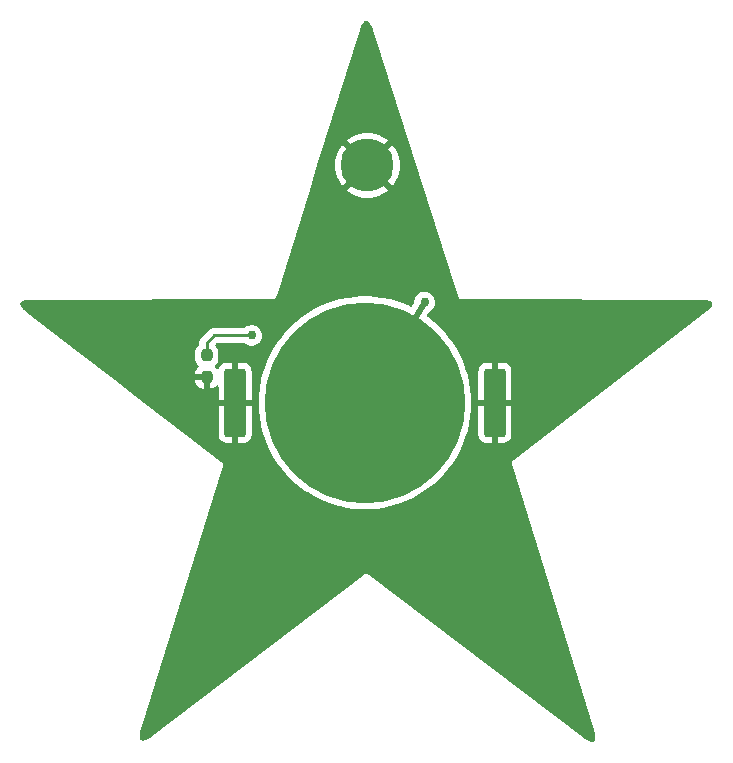
<source format=gbl>
G04 #@! TF.GenerationSoftware,KiCad,Pcbnew,8.0.3*
G04 #@! TF.CreationDate,2024-07-11T09:34:10-07:00*
G04 #@! TF.ProjectId,mozilla-star-badge,6d6f7a69-6c6c-4612-9d73-7461722d6261,rev?*
G04 #@! TF.SameCoordinates,Original*
G04 #@! TF.FileFunction,Copper,L2,Bot*
G04 #@! TF.FilePolarity,Positive*
%FSLAX46Y46*%
G04 Gerber Fmt 4.6, Leading zero omitted, Abs format (unit mm)*
G04 Created by KiCad (PCBNEW 8.0.3) date 2024-07-11 09:34:10*
%MOMM*%
%LPD*%
G01*
G04 APERTURE LIST*
G04 Aperture macros list*
%AMRoundRect*
0 Rectangle with rounded corners*
0 $1 Rounding radius*
0 $2 $3 $4 $5 $6 $7 $8 $9 X,Y pos of 4 corners*
0 Add a 4 corners polygon primitive as box body*
4,1,4,$2,$3,$4,$5,$6,$7,$8,$9,$2,$3,0*
0 Add four circle primitives for the rounded corners*
1,1,$1+$1,$2,$3*
1,1,$1+$1,$4,$5*
1,1,$1+$1,$6,$7*
1,1,$1+$1,$8,$9*
0 Add four rect primitives between the rounded corners*
20,1,$1+$1,$2,$3,$4,$5,0*
20,1,$1+$1,$4,$5,$6,$7,0*
20,1,$1+$1,$6,$7,$8,$9,0*
20,1,$1+$1,$8,$9,$2,$3,0*%
G04 Aperture macros list end*
G04 #@! TA.AperFunction,SMDPad,CuDef*
%ADD10RoundRect,0.250000X0.650000X2.650000X-0.650000X2.650000X-0.650000X-2.650000X0.650000X-2.650000X0*%
G04 #@! TD*
G04 #@! TA.AperFunction,SMDPad,CuDef*
%ADD11C,17.000000*%
G04 #@! TD*
G04 #@! TA.AperFunction,SMDPad,CuDef*
%ADD12RoundRect,0.237500X-0.237500X0.250000X-0.237500X-0.250000X0.237500X-0.250000X0.237500X0.250000X0*%
G04 #@! TD*
G04 #@! TA.AperFunction,SMDPad,CuDef*
%ADD13C,4.500000*%
G04 #@! TD*
G04 #@! TA.AperFunction,ViaPad*
%ADD14C,0.600000*%
G04 #@! TD*
G04 #@! TA.AperFunction,ViaPad*
%ADD15C,0.750000*%
G04 #@! TD*
G04 #@! TA.AperFunction,Conductor*
%ADD16C,0.250000*%
G04 #@! TD*
G04 #@! TA.AperFunction,Conductor*
%ADD17C,0.500000*%
G04 #@! TD*
G04 APERTURE END LIST*
D10*
X70800000Y-72000000D03*
X48800000Y-72000000D03*
D11*
X59800000Y-72000000D03*
D12*
X46399999Y-67987500D03*
X46400001Y-69812500D03*
D13*
X60000000Y-51900000D03*
D14*
X48800000Y-73700000D03*
X48800000Y-70300000D03*
X48800000Y-72000000D03*
X70800000Y-73700000D03*
X70800000Y-70300000D03*
X70800000Y-72000000D03*
D15*
X50200000Y-66300000D03*
X64850000Y-63500000D03*
D14*
X60000000Y-51900000D03*
X58900000Y-51900000D03*
X60000000Y-53300000D03*
X60000000Y-50500000D03*
X61100000Y-51900000D03*
D16*
X46950000Y-72000000D02*
X46400001Y-71450001D01*
X46400001Y-71450001D02*
X46400001Y-69812500D01*
X46950000Y-72000000D02*
X48800000Y-72000000D01*
X46399999Y-67987500D02*
X46399999Y-66900001D01*
X47000000Y-66300000D02*
X50200000Y-66300000D01*
X46399999Y-66900001D02*
X47000000Y-66300000D01*
D17*
X64850000Y-63500000D02*
X59800000Y-72000000D01*
G04 #@! TA.AperFunction,Conductor*
G36*
X59916941Y-39643772D02*
G01*
X59923553Y-39644203D01*
X59938552Y-39646106D01*
X59941334Y-39646632D01*
X59946846Y-39647677D01*
X59961011Y-39651235D01*
X59972341Y-39654805D01*
X59985251Y-39659678D01*
X60000337Y-39666356D01*
X60011796Y-39672156D01*
X60030932Y-39683126D01*
X60040900Y-39689491D01*
X60063911Y-39705782D01*
X60072445Y-39712400D01*
X60098922Y-39734845D01*
X60106142Y-39741474D01*
X60135489Y-39770642D01*
X60141573Y-39777140D01*
X60173199Y-39813444D01*
X60178297Y-39819696D01*
X60211574Y-39863335D01*
X60215841Y-39869289D01*
X60250228Y-39920399D01*
X60253814Y-39926053D01*
X60288789Y-39984634D01*
X60291799Y-39989970D01*
X60326910Y-40055984D01*
X60326925Y-40056011D01*
X60329455Y-40061040D01*
X60364361Y-40134532D01*
X60366489Y-40139267D01*
X60400847Y-40220181D01*
X60402641Y-40224644D01*
X60436100Y-40312798D01*
X60437612Y-40317007D01*
X60469109Y-40409966D01*
X60470947Y-40415389D01*
X60471610Y-40417402D01*
X67682883Y-62960664D01*
X67701911Y-63020146D01*
X67704576Y-63037351D01*
X67705469Y-63037176D01*
X67707825Y-63049160D01*
X67721023Y-63081226D01*
X67724460Y-63090638D01*
X67735027Y-63123671D01*
X67740040Y-63132719D01*
X67745755Y-63141312D01*
X67745757Y-63141314D01*
X67756283Y-63151887D01*
X67770223Y-63165888D01*
X67777001Y-63173270D01*
X67799402Y-63199742D01*
X67799403Y-63199743D01*
X67807494Y-63206181D01*
X67816063Y-63211934D01*
X67816066Y-63211935D01*
X67816068Y-63211937D01*
X67848079Y-63225279D01*
X67857160Y-63229503D01*
X67887988Y-63245389D01*
X67887995Y-63245389D01*
X67897932Y-63248241D01*
X67908048Y-63250277D01*
X67908049Y-63250277D01*
X67908052Y-63250278D01*
X67942746Y-63250354D01*
X67952722Y-63250780D01*
X67987299Y-63253661D01*
X67987302Y-63253660D01*
X67999433Y-63252281D01*
X67999535Y-63253185D01*
X68016743Y-63250519D01*
X88444977Y-63295888D01*
X88447548Y-63295920D01*
X88546148Y-63298203D01*
X88551603Y-63298450D01*
X88639010Y-63304363D01*
X88644891Y-63304903D01*
X88724737Y-63314178D01*
X88731134Y-63315092D01*
X88803224Y-63327317D01*
X88810133Y-63328693D01*
X88874246Y-63343377D01*
X88881726Y-63345339D01*
X88937736Y-63361926D01*
X88945828Y-63364629D01*
X88993659Y-63382464D01*
X89002342Y-63386084D01*
X89041945Y-63404393D01*
X89051184Y-63409144D01*
X89082819Y-63427134D01*
X89092508Y-63433254D01*
X89116508Y-63450014D01*
X89126445Y-63457732D01*
X89143599Y-63472510D01*
X89153452Y-63481993D01*
X89164847Y-63494241D01*
X89174193Y-63505563D01*
X89181198Y-63515153D01*
X89189537Y-63528211D01*
X89193652Y-63535640D01*
X89200480Y-63550093D01*
X89203012Y-63556491D01*
X89207956Y-63571827D01*
X89209712Y-63578797D01*
X89212595Y-63594392D01*
X89212812Y-63596214D01*
X89213713Y-63603757D01*
X89214586Y-63618977D01*
X89214530Y-63632294D01*
X89213640Y-63646612D01*
X89211418Y-63665047D01*
X89209119Y-63678153D01*
X89203555Y-63702207D01*
X89200224Y-63713945D01*
X89190146Y-63743780D01*
X89186124Y-63754132D01*
X89170561Y-63789422D01*
X89166124Y-63798468D01*
X89144291Y-63838756D01*
X89139649Y-63846617D01*
X89110947Y-63891370D01*
X89106242Y-63898193D01*
X89070276Y-63946791D01*
X89065604Y-63952718D01*
X89022076Y-64004608D01*
X89017506Y-64009758D01*
X88966258Y-64064382D01*
X88961825Y-64068872D01*
X88926790Y-64102595D01*
X88902672Y-64125809D01*
X88898388Y-64129743D01*
X88831262Y-64188545D01*
X88827134Y-64192005D01*
X88749097Y-64254589D01*
X88747100Y-64256157D01*
X72387841Y-76834364D01*
X72371163Y-76845178D01*
X72371005Y-76845262D01*
X72337774Y-76872759D01*
X72334311Y-76875522D01*
X72300115Y-76901815D01*
X72299989Y-76901960D01*
X72299013Y-76902909D01*
X72298502Y-76903538D01*
X72295657Y-76906908D01*
X72295119Y-76907522D01*
X72294343Y-76908650D01*
X72294226Y-76908793D01*
X72274052Y-76946903D01*
X72271910Y-76950781D01*
X72250374Y-76988168D01*
X72250314Y-76988346D01*
X72249779Y-76989589D01*
X72249544Y-76990376D01*
X72248202Y-76994587D01*
X72247941Y-76995357D01*
X72247658Y-76996685D01*
X72247603Y-76996868D01*
X72243547Y-77039809D01*
X72243052Y-77044210D01*
X72237464Y-77086983D01*
X72237476Y-77087159D01*
X72237457Y-77088503D01*
X72237541Y-77089316D01*
X72237913Y-77093725D01*
X72237969Y-77094572D01*
X72238217Y-77095916D01*
X72238233Y-77096077D01*
X72250915Y-77137286D01*
X72252143Y-77141546D01*
X72263353Y-77183217D01*
X72263426Y-77183365D01*
X72270781Y-77201842D01*
X79193235Y-99696327D01*
X79193853Y-99698398D01*
X79223317Y-99800435D01*
X79224501Y-99804839D01*
X79237864Y-99858438D01*
X79247715Y-99897951D01*
X79247838Y-99898442D01*
X79248929Y-99903218D01*
X79267206Y-99991200D01*
X79268170Y-99996393D01*
X79281617Y-100078556D01*
X79282411Y-100084226D01*
X79291282Y-100160321D01*
X79291847Y-100166520D01*
X79296442Y-100236205D01*
X79296704Y-100243002D01*
X79297397Y-100306111D01*
X79297254Y-100313568D01*
X79294489Y-100369757D01*
X79293815Y-100377929D01*
X79288134Y-100426976D01*
X79286768Y-100435913D01*
X79278815Y-100477663D01*
X79276559Y-100487364D01*
X79267089Y-100521771D01*
X79263712Y-100532214D01*
X79253552Y-100559444D01*
X79248810Y-100570485D01*
X79238819Y-100590955D01*
X79232475Y-100602383D01*
X79223372Y-100616918D01*
X79215262Y-100628372D01*
X79207484Y-100638134D01*
X79197561Y-100649163D01*
X79191089Y-100655544D01*
X79179505Y-100665629D01*
X79173695Y-100670086D01*
X79160797Y-100678754D01*
X79154462Y-100682457D01*
X79140730Y-100689379D01*
X79132311Y-100692987D01*
X79118358Y-100698002D01*
X79106289Y-100701541D01*
X79092598Y-100704725D01*
X79075499Y-100707692D01*
X79062516Y-100709245D01*
X79039522Y-100710772D01*
X79027490Y-100710986D01*
X78998085Y-100710081D01*
X78987140Y-100709258D01*
X78951206Y-100704950D01*
X78941372Y-100703369D01*
X78922683Y-100699587D01*
X78899084Y-100694811D01*
X78890312Y-100692700D01*
X78841996Y-100679196D01*
X78834184Y-100676732D01*
X78780217Y-100657726D01*
X78773277Y-100655045D01*
X78714060Y-100630105D01*
X78707889Y-100627305D01*
X78643871Y-100596122D01*
X78638378Y-100593274D01*
X78569893Y-100555570D01*
X78564982Y-100552717D01*
X78492439Y-100508324D01*
X78488023Y-100505492D01*
X78411704Y-100454229D01*
X78407729Y-100451444D01*
X78378435Y-100430057D01*
X78325199Y-100391190D01*
X78323448Y-100389887D01*
X60095941Y-86558822D01*
X60075229Y-86538131D01*
X60073001Y-86536160D01*
X60049587Y-86522507D01*
X60037092Y-86514168D01*
X60015498Y-86497782D01*
X60012845Y-86496491D01*
X59989721Y-86486927D01*
X59986912Y-86485959D01*
X59960043Y-86482303D01*
X59945323Y-86479383D01*
X59919104Y-86472510D01*
X59916161Y-86472333D01*
X59891114Y-86472345D01*
X59888172Y-86472525D01*
X59868559Y-86477689D01*
X59861953Y-86479428D01*
X59847236Y-86482364D01*
X59820370Y-86486048D01*
X59817588Y-86487010D01*
X59794455Y-86496606D01*
X59791799Y-86497902D01*
X59770221Y-86514310D01*
X59757751Y-86522652D01*
X59734338Y-86536339D01*
X59732124Y-86538302D01*
X59711421Y-86559026D01*
X41666752Y-100281551D01*
X41664930Y-100282910D01*
X41583349Y-100342622D01*
X41579411Y-100345389D01*
X41503885Y-100396289D01*
X41499510Y-100399106D01*
X41427785Y-100443185D01*
X41422906Y-100446032D01*
X41355232Y-100483487D01*
X41349776Y-100486332D01*
X41286528Y-100517343D01*
X41280406Y-100520141D01*
X41221965Y-100544958D01*
X41215072Y-100547646D01*
X41161858Y-100566584D01*
X41154095Y-100569062D01*
X41106539Y-100582540D01*
X41097800Y-100584678D01*
X41056288Y-100593249D01*
X41046494Y-100594864D01*
X41020831Y-100598049D01*
X41011368Y-100599223D01*
X41000444Y-100600090D01*
X40971874Y-100601091D01*
X40959833Y-100600928D01*
X40937713Y-100599552D01*
X40924699Y-100598049D01*
X40920498Y-100597337D01*
X40908612Y-100595323D01*
X40894864Y-100592180D01*
X40883825Y-100588986D01*
X40869760Y-100583981D01*
X40862466Y-100580879D01*
X40848620Y-100573940D01*
X40843388Y-100570895D01*
X40830386Y-100562183D01*
X40825658Y-100558563D01*
X40813956Y-100548382D01*
X40808462Y-100542962D01*
X40798465Y-100531831D01*
X40791563Y-100523145D01*
X40783413Y-100511593D01*
X40775031Y-100498142D01*
X40768677Y-100486625D01*
X40767878Y-100484976D01*
X40763249Y-100475417D01*
X40759304Y-100467272D01*
X40754570Y-100456144D01*
X40744945Y-100430057D01*
X40741591Y-100419551D01*
X40737639Y-100404961D01*
X40732569Y-100386238D01*
X40730348Y-100376495D01*
X40729841Y-100373769D01*
X40722792Y-100335851D01*
X40721463Y-100326891D01*
X40716497Y-100282229D01*
X40716129Y-100278922D01*
X40715495Y-100270767D01*
X40713040Y-100215652D01*
X40712933Y-100208205D01*
X40713905Y-100146172D01*
X40714195Y-100139456D01*
X40719036Y-100070853D01*
X40719629Y-100064676D01*
X40725049Y-100019950D01*
X40728708Y-99989753D01*
X40729516Y-99984162D01*
X40743150Y-99903098D01*
X40744122Y-99897987D01*
X40762545Y-99811166D01*
X40763647Y-99806434D01*
X40774650Y-99763059D01*
X40787077Y-99714071D01*
X40788261Y-99709737D01*
X40817806Y-99608913D01*
X40818411Y-99606916D01*
X44888831Y-86559026D01*
X47750962Y-77384350D01*
X47758242Y-77366198D01*
X47758780Y-77365109D01*
X47758785Y-77365104D01*
X47769895Y-77323972D01*
X47771223Y-77319404D01*
X47783919Y-77278711D01*
X47783919Y-77278709D01*
X47784049Y-77277493D01*
X47784270Y-77276311D01*
X47784276Y-77276227D01*
X47784690Y-77271468D01*
X47784704Y-77271335D01*
X47784690Y-77270106D01*
X47784770Y-77268903D01*
X47784772Y-77268898D01*
X47779295Y-77226640D01*
X47778777Y-77221933D01*
X47774932Y-77179462D01*
X47774927Y-77179453D01*
X47774587Y-77178296D01*
X47774336Y-77177103D01*
X47774299Y-77176994D01*
X47772866Y-77172456D01*
X47772832Y-77172341D01*
X47772354Y-77171223D01*
X47771965Y-77170072D01*
X47771965Y-77170069D01*
X47755574Y-77141546D01*
X47750735Y-77133125D01*
X47748449Y-77128965D01*
X47728648Y-77091207D01*
X47728647Y-77091205D01*
X47727871Y-77090245D01*
X47727194Y-77089257D01*
X47727142Y-77089197D01*
X47724073Y-77085543D01*
X47723986Y-77085435D01*
X47723112Y-77084581D01*
X47722312Y-77083665D01*
X47688559Y-77057656D01*
X47684831Y-77054667D01*
X47672291Y-77044210D01*
X47652113Y-77027383D01*
X47652112Y-77027382D01*
X47652110Y-77027381D01*
X47651025Y-77026790D01*
X47634654Y-77016120D01*
X44628841Y-74699986D01*
X47400001Y-74699986D01*
X47410494Y-74802697D01*
X47465641Y-74969119D01*
X47465643Y-74969124D01*
X47557684Y-75118345D01*
X47681654Y-75242315D01*
X47830875Y-75334356D01*
X47830880Y-75334358D01*
X47997302Y-75389505D01*
X47997309Y-75389506D01*
X48100019Y-75399999D01*
X48549999Y-75399999D01*
X49050000Y-75399999D01*
X49499972Y-75399999D01*
X49499986Y-75399998D01*
X49602697Y-75389505D01*
X49769119Y-75334358D01*
X49769124Y-75334356D01*
X49918345Y-75242315D01*
X50042315Y-75118345D01*
X50134356Y-74969124D01*
X50134358Y-74969119D01*
X50189505Y-74802697D01*
X50189506Y-74802690D01*
X50199999Y-74699986D01*
X50200000Y-74699973D01*
X50200000Y-72250000D01*
X49050000Y-72250000D01*
X49050000Y-75399999D01*
X48549999Y-75399999D01*
X48550000Y-75399998D01*
X48550000Y-72250000D01*
X47400001Y-72250000D01*
X47400001Y-74699986D01*
X44628841Y-74699986D01*
X41124875Y-72000000D01*
X50794471Y-72000000D01*
X50814580Y-72601498D01*
X50814581Y-72601515D01*
X50874820Y-73200302D01*
X50974926Y-73793774D01*
X51114443Y-74379214D01*
X51292755Y-74954037D01*
X51292757Y-74954042D01*
X51509058Y-75515656D01*
X51509064Y-75515669D01*
X51762388Y-76061569D01*
X51762401Y-76061596D01*
X52051629Y-76589367D01*
X52375462Y-77096644D01*
X52375470Y-77096656D01*
X52587447Y-77384355D01*
X52732466Y-77581176D01*
X53121030Y-78040771D01*
X53121035Y-78040776D01*
X53539422Y-78473386D01*
X53539426Y-78473390D01*
X53985765Y-78877079D01*
X53985797Y-78877106D01*
X54386323Y-79193398D01*
X54458103Y-79250082D01*
X54748581Y-79449484D01*
X54954279Y-79590688D01*
X55472117Y-79897404D01*
X56009252Y-80168830D01*
X56009260Y-80168834D01*
X56563343Y-80403785D01*
X57131882Y-80601203D01*
X57292202Y-80645119D01*
X57712316Y-80760201D01*
X57712335Y-80760205D01*
X57712337Y-80760206D01*
X58302116Y-80880084D01*
X58898585Y-80960302D01*
X58898590Y-80960302D01*
X58898595Y-80960303D01*
X59499071Y-81000500D01*
X59499080Y-81000500D01*
X60100929Y-81000500D01*
X60701404Y-80960303D01*
X60701407Y-80960302D01*
X60701415Y-80960302D01*
X61297884Y-80880084D01*
X61887663Y-80760206D01*
X61887670Y-80760203D01*
X61887683Y-80760201D01*
X62154863Y-80687012D01*
X62468118Y-80601203D01*
X63036657Y-80403785D01*
X63590740Y-80168834D01*
X63865639Y-80029920D01*
X64127882Y-79897404D01*
X64127887Y-79897400D01*
X64127893Y-79897398D01*
X64645716Y-79590691D01*
X65141897Y-79250082D01*
X65614220Y-78877092D01*
X66060576Y-78473388D01*
X66478970Y-78040771D01*
X66867534Y-77581176D01*
X67224532Y-77096653D01*
X67548371Y-76589367D01*
X67837604Y-76061585D01*
X68090939Y-75515662D01*
X68307245Y-74954037D01*
X68386052Y-74699986D01*
X69400001Y-74699986D01*
X69410494Y-74802697D01*
X69465641Y-74969119D01*
X69465643Y-74969124D01*
X69557684Y-75118345D01*
X69681654Y-75242315D01*
X69830875Y-75334356D01*
X69830880Y-75334358D01*
X69997302Y-75389505D01*
X69997309Y-75389506D01*
X70100019Y-75399999D01*
X70549999Y-75399999D01*
X71050000Y-75399999D01*
X71499972Y-75399999D01*
X71499986Y-75399998D01*
X71602697Y-75389505D01*
X71769119Y-75334358D01*
X71769124Y-75334356D01*
X71918345Y-75242315D01*
X72042315Y-75118345D01*
X72134356Y-74969124D01*
X72134358Y-74969119D01*
X72189505Y-74802697D01*
X72189506Y-74802690D01*
X72199999Y-74699986D01*
X72200000Y-74699973D01*
X72200000Y-72250000D01*
X71050000Y-72250000D01*
X71050000Y-75399999D01*
X70549999Y-75399999D01*
X70550000Y-75399998D01*
X70550000Y-72250000D01*
X69400001Y-72250000D01*
X69400001Y-74699986D01*
X68386052Y-74699986D01*
X68485555Y-74379219D01*
X68625074Y-73793775D01*
X68725177Y-73200320D01*
X68785419Y-72601503D01*
X68805529Y-72000000D01*
X68785419Y-71398497D01*
X68725177Y-70799680D01*
X68625074Y-70206225D01*
X68485555Y-69620781D01*
X68386052Y-69300013D01*
X69400000Y-69300013D01*
X69400000Y-71750000D01*
X70550000Y-71750000D01*
X71050000Y-71750000D01*
X72199999Y-71750000D01*
X72199999Y-69300028D01*
X72199998Y-69300013D01*
X72189505Y-69197302D01*
X72134358Y-69030880D01*
X72134356Y-69030875D01*
X72042315Y-68881654D01*
X71918345Y-68757684D01*
X71769124Y-68665643D01*
X71769119Y-68665641D01*
X71602697Y-68610494D01*
X71602690Y-68610493D01*
X71499986Y-68600000D01*
X71050000Y-68600000D01*
X71050000Y-71750000D01*
X70550000Y-71750000D01*
X70550000Y-68600000D01*
X70100028Y-68600000D01*
X70100012Y-68600001D01*
X69997302Y-68610494D01*
X69830880Y-68665641D01*
X69830875Y-68665643D01*
X69681654Y-68757684D01*
X69557684Y-68881654D01*
X69465643Y-69030875D01*
X69465641Y-69030880D01*
X69410494Y-69197302D01*
X69410493Y-69197309D01*
X69400000Y-69300013D01*
X68386052Y-69300013D01*
X68307245Y-69045963D01*
X68090939Y-68484338D01*
X67837604Y-67938415D01*
X67837602Y-67938411D01*
X67837598Y-67938403D01*
X67645158Y-67587247D01*
X67548371Y-67410633D01*
X67224532Y-66903347D01*
X67087639Y-66717554D01*
X66867543Y-66418836D01*
X66867539Y-66418831D01*
X66867534Y-66418824D01*
X66478970Y-65959229D01*
X66060576Y-65526612D01*
X66060573Y-65526609D01*
X65614234Y-65122920D01*
X65614202Y-65122893D01*
X65141906Y-64749925D01*
X65141882Y-64749907D01*
X65122901Y-64736877D01*
X65078772Y-64682706D01*
X65070936Y-64613277D01*
X65086474Y-64571315D01*
X65242954Y-64307933D01*
X65285032Y-64266378D01*
X65284903Y-64266201D01*
X65286071Y-64265352D01*
X65287559Y-64263883D01*
X65290153Y-64262384D01*
X65290161Y-64262381D01*
X65439050Y-64154207D01*
X65562195Y-64017440D01*
X65654214Y-63858059D01*
X65711085Y-63683029D01*
X65730322Y-63500000D01*
X65711085Y-63316971D01*
X65665182Y-63175696D01*
X65654216Y-63141946D01*
X65654213Y-63141940D01*
X65653852Y-63141314D01*
X65562195Y-62982560D01*
X65439050Y-62845793D01*
X65439048Y-62845791D01*
X65290165Y-62737621D01*
X65290162Y-62737619D01*
X65290161Y-62737619D01*
X65229112Y-62710438D01*
X65122038Y-62662765D01*
X65122033Y-62662763D01*
X64942019Y-62624500D01*
X64757981Y-62624500D01*
X64577966Y-62662763D01*
X64577961Y-62662765D01*
X64409839Y-62737619D01*
X64409834Y-62737621D01*
X64260951Y-62845791D01*
X64260949Y-62845793D01*
X64137804Y-62982561D01*
X64045786Y-63141940D01*
X64045783Y-63141946D01*
X63993012Y-63304361D01*
X63988915Y-63316971D01*
X63979140Y-63409976D01*
X63970936Y-63488029D01*
X63954220Y-63538403D01*
X63795676Y-63805258D01*
X63744511Y-63852838D01*
X63675744Y-63865204D01*
X63633147Y-63852595D01*
X63590736Y-63831164D01*
X63590734Y-63831163D01*
X63036661Y-63596216D01*
X63036657Y-63596215D01*
X62759570Y-63500000D01*
X62468117Y-63398796D01*
X62468105Y-63398793D01*
X61887683Y-63239798D01*
X61887666Y-63239794D01*
X61297897Y-63119918D01*
X61297887Y-63119916D01*
X61297884Y-63119916D01*
X61082958Y-63091011D01*
X60701404Y-63039696D01*
X60100929Y-62999500D01*
X60100920Y-62999500D01*
X59499080Y-62999500D01*
X59499071Y-62999500D01*
X58898595Y-63039696D01*
X58467645Y-63097654D01*
X58302116Y-63119916D01*
X58302112Y-63119916D01*
X58302103Y-63119918D01*
X58302101Y-63119918D01*
X57712333Y-63239794D01*
X57712316Y-63239798D01*
X57131894Y-63398793D01*
X57131882Y-63398796D01*
X56563346Y-63596214D01*
X56563338Y-63596216D01*
X56009252Y-63831169D01*
X55472117Y-64102595D01*
X54954279Y-64409311D01*
X54458117Y-64749908D01*
X54458093Y-64749925D01*
X53985797Y-65122893D01*
X53985765Y-65122920D01*
X53539426Y-65526609D01*
X53539422Y-65526613D01*
X53121035Y-65959223D01*
X53121032Y-65959227D01*
X52732460Y-66418831D01*
X52732456Y-66418836D01*
X52375470Y-66903343D01*
X52375462Y-66903355D01*
X52051629Y-67410632D01*
X51762401Y-67938403D01*
X51762388Y-67938430D01*
X51509064Y-68484330D01*
X51509058Y-68484343D01*
X51292757Y-69045957D01*
X51292755Y-69045962D01*
X51114443Y-69620785D01*
X51033689Y-69959645D01*
X50974926Y-70206225D01*
X50902854Y-70633500D01*
X50874820Y-70799697D01*
X50814581Y-71398484D01*
X50814580Y-71398501D01*
X50794471Y-72000000D01*
X41124875Y-72000000D01*
X39483775Y-70735448D01*
X38674233Y-70111654D01*
X45425002Y-70111654D01*
X45435320Y-70212652D01*
X45489547Y-70376300D01*
X45489552Y-70376311D01*
X45580053Y-70523034D01*
X45580056Y-70523038D01*
X45701962Y-70644944D01*
X45701966Y-70644947D01*
X45848689Y-70735448D01*
X45848700Y-70735453D01*
X46012348Y-70789680D01*
X46113353Y-70799999D01*
X46150001Y-70799999D01*
X46150001Y-70062500D01*
X45425002Y-70062500D01*
X45425002Y-70111654D01*
X38674233Y-70111654D01*
X35529292Y-67688315D01*
X45424499Y-67688315D01*
X45424499Y-68286669D01*
X45424500Y-68286687D01*
X45434824Y-68387752D01*
X45489091Y-68551515D01*
X45489092Y-68551518D01*
X45579660Y-68698351D01*
X45693982Y-68812673D01*
X45727467Y-68873996D01*
X45722483Y-68943688D01*
X45693983Y-68988035D01*
X45580053Y-69101965D01*
X45489552Y-69248688D01*
X45489547Y-69248699D01*
X45435320Y-69412347D01*
X45425001Y-69513345D01*
X45425001Y-69562500D01*
X46526001Y-69562500D01*
X46593040Y-69582185D01*
X46638795Y-69634989D01*
X46650001Y-69686500D01*
X46650001Y-70799999D01*
X46686641Y-70799999D01*
X46686655Y-70799998D01*
X46787653Y-70789680D01*
X46951301Y-70735453D01*
X46951312Y-70735448D01*
X47098035Y-70644947D01*
X47098039Y-70644944D01*
X47188319Y-70554665D01*
X47249642Y-70521180D01*
X47319334Y-70526164D01*
X47375267Y-70568036D01*
X47399684Y-70633500D01*
X47400000Y-70642346D01*
X47400000Y-71750000D01*
X48550000Y-71750000D01*
X49050000Y-71750000D01*
X50199999Y-71750000D01*
X50199999Y-69300028D01*
X50199998Y-69300013D01*
X50189505Y-69197302D01*
X50134358Y-69030880D01*
X50134356Y-69030875D01*
X50042315Y-68881654D01*
X49918345Y-68757684D01*
X49769124Y-68665643D01*
X49769119Y-68665641D01*
X49602697Y-68610494D01*
X49602690Y-68610493D01*
X49499986Y-68600000D01*
X49050000Y-68600000D01*
X49050000Y-71750000D01*
X48550000Y-71750000D01*
X48550000Y-68600000D01*
X48100028Y-68600000D01*
X48100012Y-68600001D01*
X47997302Y-68610494D01*
X47830880Y-68665641D01*
X47830875Y-68665643D01*
X47681654Y-68757684D01*
X47557684Y-68881654D01*
X47465643Y-69030875D01*
X47465640Y-69030883D01*
X47448096Y-69083826D01*
X47408323Y-69141270D01*
X47343807Y-69168092D01*
X47275031Y-69155776D01*
X47224852Y-69109916D01*
X47219946Y-69101962D01*
X47106017Y-68988033D01*
X47072532Y-68926710D01*
X47077516Y-68857018D01*
X47106013Y-68812675D01*
X47220339Y-68698350D01*
X47310907Y-68551516D01*
X47365173Y-68387753D01*
X47375499Y-68286677D01*
X47375498Y-67688324D01*
X47365173Y-67587247D01*
X47310907Y-67423484D01*
X47220339Y-67276650D01*
X47151820Y-67208131D01*
X47118335Y-67146808D01*
X47123319Y-67077116D01*
X47151820Y-67032769D01*
X47180912Y-67003677D01*
X47222775Y-66961817D01*
X47284098Y-66928333D01*
X47310454Y-66925500D01*
X49531469Y-66925500D01*
X49598508Y-66945185D01*
X49605559Y-66950569D01*
X49605692Y-66950387D01*
X49759834Y-67062378D01*
X49759835Y-67062378D01*
X49759839Y-67062381D01*
X49896953Y-67123428D01*
X49927961Y-67137234D01*
X49927966Y-67137236D01*
X50107981Y-67175500D01*
X50292019Y-67175500D01*
X50472034Y-67137236D01*
X50640161Y-67062381D01*
X50789050Y-66954207D01*
X50912195Y-66817440D01*
X51004214Y-66658059D01*
X51061085Y-66483029D01*
X51080322Y-66300000D01*
X51061085Y-66116971D01*
X51024061Y-66003023D01*
X51004216Y-65941946D01*
X51004213Y-65941940D01*
X50930430Y-65814144D01*
X50912195Y-65782560D01*
X50789050Y-65645793D01*
X50789048Y-65645791D01*
X50640165Y-65537621D01*
X50640162Y-65537619D01*
X50640161Y-65537619D01*
X50579112Y-65510438D01*
X50472038Y-65462765D01*
X50472033Y-65462763D01*
X50292019Y-65424500D01*
X50107981Y-65424500D01*
X49927966Y-65462763D01*
X49927961Y-65462765D01*
X49759839Y-65537619D01*
X49759834Y-65537621D01*
X49605692Y-65649613D01*
X49604201Y-65647561D01*
X49551463Y-65672877D01*
X49531469Y-65674500D01*
X47067741Y-65674500D01*
X47067721Y-65674499D01*
X47061607Y-65674499D01*
X46938394Y-65674499D01*
X46837597Y-65694548D01*
X46837592Y-65694548D01*
X46817549Y-65698536D01*
X46817547Y-65698536D01*
X46770397Y-65718067D01*
X46703719Y-65745685D01*
X46703717Y-65745686D01*
X46601266Y-65814141D01*
X46601263Y-65814144D01*
X46001268Y-66414141D01*
X45914143Y-66501265D01*
X45914137Y-66501273D01*
X45845691Y-66603706D01*
X45845683Y-66603720D01*
X45823177Y-66658059D01*
X45812346Y-66684208D01*
X45806822Y-66697544D01*
X45798536Y-66717546D01*
X45798534Y-66717554D01*
X45774499Y-66838390D01*
X45774499Y-67040518D01*
X45754814Y-67107557D01*
X45715599Y-67146055D01*
X45701649Y-67154660D01*
X45701648Y-67154660D01*
X45579660Y-67276648D01*
X45489092Y-67423481D01*
X45489091Y-67423484D01*
X45434825Y-67587247D01*
X45434825Y-67587248D01*
X45434824Y-67587248D01*
X45424499Y-67688315D01*
X35529292Y-67688315D01*
X31098910Y-64274478D01*
X31096926Y-64272915D01*
X31088793Y-64266378D01*
X31017918Y-64209415D01*
X31013804Y-64205959D01*
X30993967Y-64188545D01*
X30959729Y-64158488D01*
X30945791Y-64146252D01*
X30941516Y-64142318D01*
X30881502Y-64084437D01*
X30877072Y-64079941D01*
X30825002Y-64024336D01*
X30820446Y-64019192D01*
X30776175Y-63966327D01*
X30771525Y-63960420D01*
X30734848Y-63910800D01*
X30730165Y-63904002D01*
X30721676Y-63890756D01*
X30700808Y-63858196D01*
X30696204Y-63850397D01*
X30673741Y-63808947D01*
X30669355Y-63800008D01*
X30653253Y-63763543D01*
X30649253Y-63753269D01*
X30647820Y-63749041D01*
X30638737Y-63722247D01*
X30635421Y-63710626D01*
X30629516Y-63685307D01*
X30627208Y-63672318D01*
X30624782Y-63652620D01*
X30623857Y-63638423D01*
X30623745Y-63623829D01*
X30624552Y-63608740D01*
X30625767Y-63598169D01*
X30628552Y-63582684D01*
X30630545Y-63574594D01*
X30635372Y-63559326D01*
X30638240Y-63551952D01*
X30644936Y-63537548D01*
X30649447Y-63529280D01*
X30657667Y-63516224D01*
X30665064Y-63505953D01*
X30674316Y-63494592D01*
X30686093Y-63481763D01*
X30695878Y-63472220D01*
X30713376Y-63456946D01*
X30723269Y-63449162D01*
X30747626Y-63431928D01*
X30757296Y-63425741D01*
X30789232Y-63407337D01*
X30798487Y-63402512D01*
X30838452Y-63383779D01*
X30847195Y-63380084D01*
X30895341Y-63361870D01*
X30903486Y-63359107D01*
X30959904Y-63342136D01*
X30967430Y-63340129D01*
X31032048Y-63325067D01*
X31039019Y-63323653D01*
X31111612Y-63311089D01*
X31118032Y-63310151D01*
X31198498Y-63300558D01*
X31204425Y-63299997D01*
X31292538Y-63293805D01*
X31298039Y-63293541D01*
X31397427Y-63291015D01*
X31399971Y-63290977D01*
X51992914Y-63201626D01*
X52010433Y-63204261D01*
X52010511Y-63203538D01*
X52022652Y-63204837D01*
X52056336Y-63201803D01*
X52066914Y-63201305D01*
X52100729Y-63201159D01*
X52100734Y-63201156D01*
X52111447Y-63198978D01*
X52121902Y-63195901D01*
X52121905Y-63195901D01*
X52151862Y-63180209D01*
X52161445Y-63175699D01*
X52192632Y-63162624D01*
X52192634Y-63162620D01*
X52201693Y-63156512D01*
X52210185Y-63149661D01*
X52231857Y-63123699D01*
X52238984Y-63115865D01*
X52262792Y-63091852D01*
X52262794Y-63091845D01*
X52268816Y-63082749D01*
X52274043Y-63073164D01*
X52274047Y-63073160D01*
X52284136Y-63040877D01*
X52287718Y-63030925D01*
X52300528Y-62999619D01*
X52300527Y-62999613D01*
X52302859Y-62987627D01*
X52303573Y-62987766D01*
X52306206Y-62970256D01*
X55105201Y-54014136D01*
X58239415Y-54014136D01*
X58239415Y-54014137D01*
X58434960Y-54167337D01*
X58434968Y-54167342D01*
X58719678Y-54339454D01*
X58719680Y-54339456D01*
X59023056Y-54475994D01*
X59023071Y-54476000D01*
X59340670Y-54574967D01*
X59667923Y-54634939D01*
X60000000Y-54655025D01*
X60332076Y-54634939D01*
X60659329Y-54574967D01*
X60976928Y-54476000D01*
X60976943Y-54475994D01*
X61280319Y-54339456D01*
X61280321Y-54339454D01*
X61565030Y-54167343D01*
X61760583Y-54014137D01*
X61760583Y-54014136D01*
X60000000Y-52253553D01*
X58239415Y-54014136D01*
X55105201Y-54014136D01*
X55765918Y-51900000D01*
X57244974Y-51900000D01*
X57265060Y-52232076D01*
X57325032Y-52559329D01*
X57423999Y-52876928D01*
X57424005Y-52876943D01*
X57560543Y-53180319D01*
X57560545Y-53180321D01*
X57732657Y-53465031D01*
X57732662Y-53465039D01*
X57885862Y-53660583D01*
X59646447Y-51900000D01*
X59646447Y-51899999D01*
X60353553Y-51899999D01*
X60353553Y-51900000D01*
X62114136Y-53660583D01*
X62114137Y-53660583D01*
X62267343Y-53465030D01*
X62439454Y-53180321D01*
X62439456Y-53180319D01*
X62575994Y-52876943D01*
X62576000Y-52876928D01*
X62674967Y-52559329D01*
X62734939Y-52232076D01*
X62755025Y-51900000D01*
X62734939Y-51567923D01*
X62674967Y-51240670D01*
X62576000Y-50923071D01*
X62575994Y-50923056D01*
X62439456Y-50619680D01*
X62439454Y-50619678D01*
X62267342Y-50334968D01*
X62267337Y-50334960D01*
X62114136Y-50139415D01*
X60353553Y-51899999D01*
X59646447Y-51899999D01*
X57885862Y-50139415D01*
X57732657Y-50334968D01*
X57560545Y-50619678D01*
X57560543Y-50619680D01*
X57424005Y-50923056D01*
X57423999Y-50923071D01*
X57325032Y-51240670D01*
X57265060Y-51567923D01*
X57244974Y-51900000D01*
X55765918Y-51900000D01*
X56426635Y-49785862D01*
X58239415Y-49785862D01*
X60000000Y-51546447D01*
X60000001Y-51546447D01*
X61760583Y-49785862D01*
X61760583Y-49785861D01*
X61565039Y-49632662D01*
X61565031Y-49632657D01*
X61280321Y-49460545D01*
X61280319Y-49460543D01*
X60976943Y-49324005D01*
X60976928Y-49323999D01*
X60659329Y-49225032D01*
X60332076Y-49165060D01*
X60000000Y-49144974D01*
X59667923Y-49165060D01*
X59340670Y-49225032D01*
X59023071Y-49323999D01*
X59023056Y-49324005D01*
X58719680Y-49460543D01*
X58719678Y-49460545D01*
X58434968Y-49632657D01*
X58239415Y-49785862D01*
X56426635Y-49785862D01*
X59356523Y-40410916D01*
X59357163Y-40408933D01*
X59389688Y-40310828D01*
X59391156Y-40306656D01*
X59423901Y-40218741D01*
X59425638Y-40214342D01*
X59459289Y-40133786D01*
X59461396Y-40129031D01*
X59495609Y-40055984D01*
X59498126Y-40050914D01*
X59532625Y-39985277D01*
X59535605Y-39979936D01*
X59569962Y-39921825D01*
X59573531Y-39916149D01*
X59607309Y-39865551D01*
X59611590Y-39859538D01*
X59644259Y-39816448D01*
X59649378Y-39810140D01*
X59680405Y-39774388D01*
X59686517Y-39767841D01*
X59715253Y-39739230D01*
X59722539Y-39732536D01*
X59748373Y-39710647D01*
X59756993Y-39703974D01*
X59779356Y-39688192D01*
X59789443Y-39681781D01*
X59807898Y-39671267D01*
X59819511Y-39665436D01*
X59833970Y-39659104D01*
X59847030Y-39654239D01*
X59857821Y-39650897D01*
X59872082Y-39647393D01*
X59880054Y-39645930D01*
X59895130Y-39644107D01*
X59901623Y-39643725D01*
X59916941Y-39643772D01*
G37*
G04 #@! TD.AperFunction*
M02*

</source>
